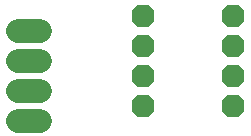
<source format=gbs>
G75*
%MOIN*%
%OFA0B0*%
%FSLAX24Y24*%
%IPPOS*%
%LPD*%
%AMOC8*
5,1,8,0,0,1.08239X$1,22.5*
%
%ADD10C,0.0800*%
%ADD11OC8,0.0760*%
D10*
X004940Y002100D02*
X005660Y002100D01*
X005660Y003100D02*
X004940Y003100D01*
X004940Y004100D02*
X005660Y004100D01*
X005660Y005100D02*
X004940Y005100D01*
D11*
X009100Y004600D03*
X009100Y003600D03*
X009100Y002600D03*
X012100Y002600D03*
X012100Y003600D03*
X012100Y004600D03*
X012100Y005600D03*
X009100Y005600D03*
M02*

</source>
